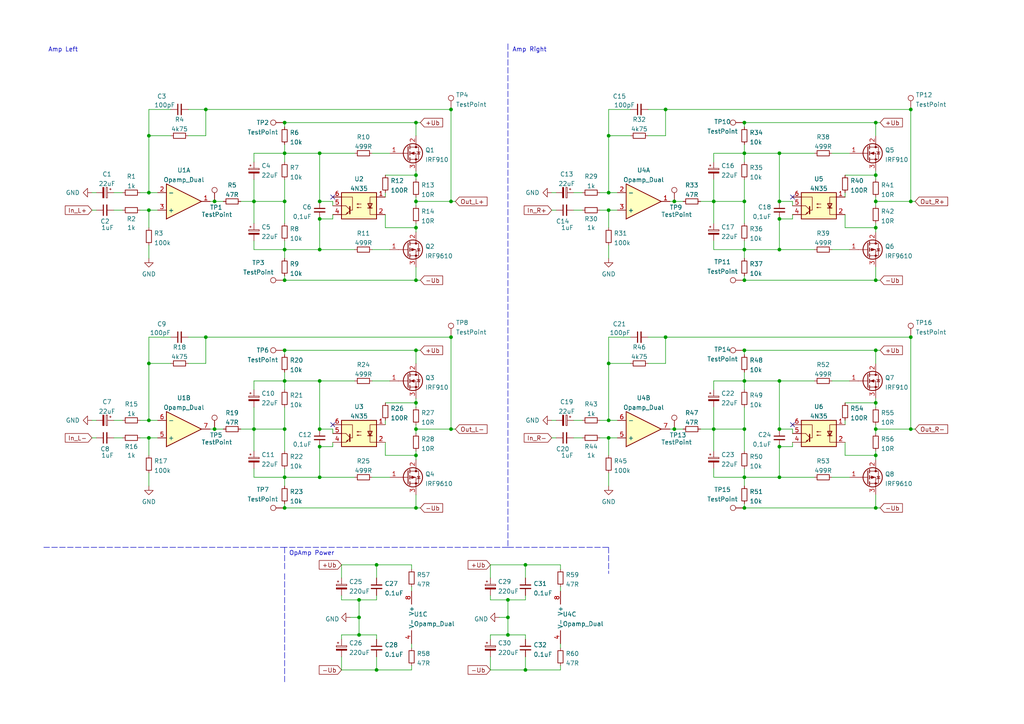
<source format=kicad_sch>
(kicad_sch (version 20211123) (generator eeschema)
  (paper "A4")
  (title_block (title "Whammy Balanced Amp Board") (date "2022-10-11") (rev "1.0") (company "ncAudio"))
  (lib_symbols
    (symbol "Connector:TestPoint" (pin_numbers hide) (pin_names (offset 0.762) hide)
      (property "Reference" "TP" (at 0 6.858 0))
      (property "Value" "TestPoint" (at 0 5.08 0))
      (symbol "TestPoint_1_1"
        (pin passive line (at 0 0 90) (length 2.54) (name "1") (number "1"))
      )
    )
    (symbol "Device:C_Polarized_Small" (pin_numbers hide) (pin_names (offset 0.254) hide)
      (property "Reference" "C" (at 0.254 1.778 0))
      (property "Value" "C_Polarized_Small" (at 0.254 -2.032 0))
      (symbol "C_Polarized_Small_1_1"
        (pin passive line (at 0 2.54 270) (length 1.8542) (name "~") (number "1"))
        (pin passive line (at 0 -2.54 90) (length 1.8542) (name "~") (number "2"))
      )
    )
    (symbol "Device:C_Small" (pin_numbers hide) (pin_names (offset 0.254) hide)
      (property "Reference" "C" (at 0.254 1.778 0))
      (property "Value" "C_Small" (at 0.254 -2.032 0))
      (symbol "C_Small_1_1"
        (pin passive line (at 0 2.54 270) (length 2.032) (name "~") (number "1"))
        (pin passive line (at 0 -2.54 90) (length 2.032) (name "~") (number "2"))
      )
    )
    (symbol "Device:Opamp_Dual"
      (property "Reference" "U" (at 0 5.08 0))
      (property "Value" "Opamp_Dual" (at 0 -5.08 0))
      (symbol "Opamp_Dual_1_1"
        (pin output line (at 7.62 0 180) (length 2.54) (name "~") (number "1"))
        (pin input line (at -7.62 -2.54 0) (length 2.54) (name "-") (number "2"))
        (pin input line (at -7.62 2.54 0) (length 2.54) (name "+") (number "3"))
      )
      (symbol "Opamp_Dual_2_1"
        (pin input line (at -7.62 2.54 0) (length 2.54) (name "+") (number "5"))
        (pin input line (at -7.62 -2.54 0) (length 2.54) (name "-") (number "6"))
        (pin output line (at 7.62 0 180) (length 2.54) (name "~") (number "7"))
      )
      (symbol "Opamp_Dual_3_1"
        (pin power_in line (at -2.54 -7.62 90) (length 3.81) (name "V-") (number "4"))
        (pin power_in line (at -2.54 7.62 270) (length 3.81) (name "V+") (number "8"))
      )
    )
    (symbol "Device:Q_NMOS_GDS" (pin_names (offset 0) hide)
      (property "Reference" "Q" (at 5.08 1.27 0))
      (property "Value" "Q_NMOS_GDS" (at 5.08 -1.27 0))
      (symbol "Q_NMOS_GDS_1_1"
        (pin input line (at -5.08 0 0) (length 2.54) (name "G") (number "1"))
        (pin passive line (at 2.54 5.08 270) (length 2.54) (name "D") (number "2"))
        (pin passive line (at 2.54 -5.08 90) (length 2.54) (name "S") (number "3"))
      )
    )
    (symbol "Device:Q_PMOS_GDS" (pin_names (offset 0) hide)
      (property "Reference" "Q" (at 5.08 1.27 0))
      (property "Value" "Q_PMOS_GDS" (at 5.08 -1.27 0))
      (symbol "Q_PMOS_GDS_1_1"
        (pin input line (at -5.08 0 0) (length 2.54) (name "G") (number "1"))
        (pin passive line (at 2.54 5.08 270) (length 2.54) (name "D") (number "2"))
        (pin passive line (at 2.54 -5.08 90) (length 2.54) (name "S") (number "3"))
      )
    )
    (symbol "Device:R_Small" (pin_numbers hide) (pin_names (offset 0.254) hide)
      (property "Reference" "R" (at 0.762 0.508 0))
      (property "Value" "R_Small" (at 0.762 -1.016 0))
      (symbol "R_Small_1_1"
        (pin passive line (at 0 2.54 270) (length 0.762) (name "~") (number "1"))
        (pin passive line (at 0 -2.54 90) (length 0.762) (name "~") (number "2"))
      )
    )
    (symbol "Isolator:4N35" (pin_names (offset 1.016))
      (property "Reference" "U" (at -5.08 5.08 0))
      (property "Value" "4N35" (at 0 5.08 0))
      (symbol "4N35_1_1"
        (pin passive line (at -7.62 2.54 0) (length 2.54) (name "~") (number "1"))
        (pin passive line (at -7.62 -2.54 0) (length 2.54) (name "~") (number "2"))
        (pin no_connect line (at -5.08 0 0) (length 2.54) hide (name "NC") (number "3"))
        (pin passive line (at 7.62 -2.54 180) (length 2.54) (name "~") (number "4"))
        (pin passive line (at 7.62 0 180) (length 2.54) (name "~") (number "5"))
        (pin passive line (at 7.62 2.54 180) (length 2.54) (name "~") (number "6"))
      )
    )
    (symbol "power:GND" (power) (pin_names (offset 0))
      (property "Value" "GND" (at 0 -3.81 0))
      (symbol "GND_1_1"
        (pin power_in line (at 0 0 270) (length 0) hide (name "GND") (number "1"))
      )
    )
  )
  (junction (at 254 147.32))
  (junction (at 193.04 31.75))
  (junction (at 92.71 138.43))
  (junction (at 92.71 44.45))
  (junction (at 82.55 72.39))
  (junction (at 43.18 39.37))
  (junction (at 82.55 147.32))
  (junction (at 176.53 121.92))
  (junction (at 82.55 101.6))
  (junction (at 120.65 66.04))
  (junction (at 104.14 184.15))
  (junction (at 176.53 55.88))
  (junction (at 104.14 173.99))
  (junction (at 226.06 63.5))
  (junction (at 120.65 58.42))
  (junction (at 120.65 124.46))
  (junction (at 254 81.28))
  (junction (at 226.06 72.39))
  (junction (at 226.06 129.54))
  (junction (at 215.9 58.42))
  (junction (at 254 35.56))
  (junction (at 92.71 63.5))
  (junction (at 82.55 58.42))
  (junction (at 82.55 44.45))
  (junction (at 264.16 58.42))
  (junction (at 120.65 116.84))
  (junction (at 215.9 110.49))
  (junction (at 226.06 124.46))
  (junction (at 195.58 58.42))
  (junction (at 254 66.04))
  (junction (at 264.16 31.75))
  (junction (at 215.9 35.56))
  (junction (at 120.65 81.28))
  (junction (at 92.71 58.42))
  (junction (at 264.16 97.79))
  (junction (at 226.06 110.49))
  (junction (at 207.01 58.42))
  (junction (at 130.81 31.75))
  (junction (at 120.65 101.6))
  (junction (at 215.9 44.45))
  (junction (at 104.14 179.07))
  (junction (at 92.71 110.49))
  (junction (at 207.01 124.46))
  (junction (at 193.04 97.79))
  (junction (at 120.65 132.08))
  (junction (at 254 50.8))
  (junction (at 130.81 124.46))
  (junction (at 43.18 55.88))
  (junction (at 254 124.46))
  (junction (at 215.9 101.6))
  (junction (at 215.9 81.28))
  (junction (at 120.65 147.32))
  (junction (at 62.23 124.46))
  (junction (at 82.55 138.43))
  (junction (at 62.23 58.42))
  (junction (at 120.65 35.56))
  (junction (at 152.4 163.83))
  (junction (at 176.53 127))
  (junction (at 43.18 105.41))
  (junction (at 73.66 58.42))
  (junction (at 43.18 60.96))
  (junction (at 226.06 44.45))
  (junction (at 82.55 124.46))
  (junction (at 147.32 184.15))
  (junction (at 254 116.84))
  (junction (at 254 101.6))
  (junction (at 109.22 194.31))
  (junction (at 215.9 124.46))
  (junction (at 264.16 124.46))
  (junction (at 152.4 194.31))
  (junction (at 215.9 72.39))
  (junction (at 176.53 60.96))
  (junction (at 43.18 127))
  (junction (at 120.65 50.8))
  (junction (at 215.9 138.43))
  (junction (at 43.18 121.92))
  (junction (at 82.55 110.49))
  (junction (at 147.32 179.07))
  (junction (at 147.32 173.99))
  (junction (at 59.69 31.75))
  (junction (at 254 58.42))
  (junction (at 226.06 138.43))
  (junction (at 82.55 81.28))
  (junction (at 130.81 58.42))
  (junction (at 226.06 58.42))
  (junction (at 195.58 124.46))
  (junction (at 59.69 97.79))
  (junction (at 176.53 39.37))
  (junction (at 92.71 72.39))
  (junction (at 254 132.08))
  (junction (at 82.55 35.56))
  (junction (at 130.81 97.79))
  (junction (at 92.71 124.46))
  (junction (at 215.9 147.32))
  (junction (at 73.66 124.46))
  (junction (at 109.22 163.83))
  (junction (at 176.53 105.41))
  (junction (at 92.71 129.54))
  (no_connect (at 96.52 57.15))
  (no_connect (at 229.87 123.19))
  (no_connect (at 229.87 57.15))
  (no_connect (at 96.52 123.19))
  (wire (pts (xy 207.01 72.39) (xy 207.01 69.85)))
  (wire (pts (xy 40.64 55.88) (xy 43.18 55.88)))
  (wire (pts (xy 120.65 116.84) (xy 120.65 118.11)))
  (wire (pts (xy 120.65 81.28) (xy 82.55 81.28)))
  (wire (pts (xy 215.9 72.39) (xy 215.9 69.85)))
  (wire (pts (xy 176.53 137.16) (xy 176.53 140.97)))
  (wire (pts (xy 82.55 44.45) (xy 82.55 41.91)))
  (wire (pts (xy 120.65 124.46) (xy 120.65 125.73)))
  (wire (pts (xy 245.11 128.27) (xy 245.11 132.08)))
  (wire (pts (xy 120.65 35.56) (xy 120.65 39.37)))
  (wire (pts (xy 207.01 58.42) (xy 215.9 58.42)))
  (wire (pts (xy 120.65 123.19) (xy 120.65 124.46)))
  (wire (pts (xy 120.65 124.46) (xy 130.81 124.46)))
  (wire (pts (xy 54.61 31.75) (xy 59.69 31.75)))
  (wire (pts (xy 59.69 39.37) (xy 59.69 31.75)))
  (wire (pts (xy 92.71 44.45) (xy 102.87 44.45)))
  (wire (pts (xy 229.87 59.69) (xy 229.87 58.42)))
  (wire (pts (xy 215.9 64.77) (xy 215.9 58.42)))
  (wire (pts (xy 60.96 124.46) (xy 62.23 124.46)))
  (wire (pts (xy 176.53 71.12) (xy 176.53 74.93)))
  (wire (pts (xy 152.4 190.5) (xy 152.4 194.31)))
  (wire (pts (xy 92.71 63.5) (xy 92.71 72.39)))
  (wire (pts (xy 215.9 138.43) (xy 226.06 138.43)))
  (wire (pts (xy 142.24 172.72) (xy 142.24 173.99)))
  (wire (pts (xy 193.04 39.37) (xy 193.04 31.75)))
  (wire (pts (xy 111.76 128.27) (xy 111.76 132.08)))
  (wire (pts (xy 215.9 35.56) (xy 254 35.56)))
  (wire (pts (xy 254 147.32) (xy 215.9 147.32)))
  (wire (pts (xy 264.16 124.46) (xy 264.16 97.79)))
  (wire (pts (xy 73.66 72.39) (xy 73.66 69.85)))
  (wire (pts (xy 96.52 129.54) (xy 96.52 128.27)))
  (wire (pts (xy 43.18 105.41) (xy 43.18 121.92)))
  (wire (pts (xy 73.66 138.43) (xy 73.66 135.89)))
  (wire (pts (xy 92.71 129.54) (xy 92.71 138.43)))
  (wire (pts (xy 119.38 194.31) (xy 119.38 193.04)))
  (wire (pts (xy 254 58.42) (xy 264.16 58.42)))
  (wire (pts (xy 43.18 71.12) (xy 43.18 74.93)))
  (wire (pts (xy 82.55 124.46) (xy 82.55 118.11)))
  (wire (pts (xy 92.71 110.49) (xy 102.87 110.49)))
  (wire (pts (xy 121.92 35.56) (xy 120.65 35.56)))
  (wire (pts (xy 229.87 125.73) (xy 229.87 124.46)))
  (wire (pts (xy 62.23 124.46) (xy 64.77 124.46)))
  (wire (pts (xy 215.9 147.32) (xy 215.9 146.05)))
  (wire (pts (xy 109.22 184.15) (xy 109.22 185.42)))
  (wire (pts (xy 109.22 190.5) (xy 109.22 194.31)))
  (wire (pts (xy 82.55 138.43) (xy 82.55 135.89)))
  (wire (pts (xy 245.11 132.08) (xy 254 132.08)))
  (wire (pts (xy 43.18 121.92) (xy 45.72 121.92)))
  (wire (pts (xy 254 147.32) (xy 254 143.51)))
  (wire (pts (xy 245.11 66.04) (xy 254 66.04)))
  (wire (pts (xy 82.55 44.45) (xy 73.66 44.45)))
  (wire (pts (xy 99.06 172.72) (xy 99.06 173.99)))
  (wire (pts (xy 82.55 72.39) (xy 73.66 72.39)))
  (wire (pts (xy 121.92 81.28) (xy 120.65 81.28)))
  (wire (pts (xy 207.01 118.11) (xy 207.01 124.46)))
  (wire (pts (xy 226.06 129.54) (xy 226.06 138.43)))
  (wire (pts (xy 207.01 110.49) (xy 207.01 113.03)))
  (wire (pts (xy 215.9 101.6) (xy 254 101.6)))
  (wire (pts (xy 255.27 147.32) (xy 254 147.32)))
  (wire (pts (xy 176.53 97.79) (xy 182.88 97.79)))
  (wire (pts (xy 111.76 50.8) (xy 120.65 50.8)))
  (wire (pts (xy 264.16 58.42) (xy 264.16 31.75)))
  (wire (pts (xy 82.55 72.39) (xy 82.55 69.85)))
  (wire (pts (xy 82.55 138.43) (xy 92.71 138.43)))
  (wire (pts (xy 254 116.84) (xy 254 118.11)))
  (wire (pts (xy 255.27 35.56) (xy 254 35.56)))
  (wire (pts (xy 176.53 105.41) (xy 176.53 121.92)))
  (wire (pts (xy 176.53 39.37) (xy 182.88 39.37)))
  (wire (pts (xy 109.22 194.31) (xy 119.38 194.31)))
  (wire (pts (xy 245.11 50.8) (xy 254 50.8)))
  (wire (pts (xy 207.01 124.46) (xy 207.01 130.81)))
  (wire (pts (xy 203.2 58.42) (xy 207.01 58.42)))
  (wire (pts (xy 104.14 184.15) (xy 109.22 184.15)))
  (wire (pts (xy 142.24 163.83) (xy 152.4 163.83)))
  (wire (pts (xy 73.66 44.45) (xy 73.66 46.99)))
  (wire (pts (xy 96.52 58.42) (xy 92.71 58.42)))
  (wire (pts (xy 26.67 121.92) (xy 27.94 121.92)))
  (wire (pts (xy 54.61 39.37) (xy 59.69 39.37)))
  (wire (pts (xy 142.24 184.15) (xy 147.32 184.15)))
  (wire (pts (xy 73.66 58.42) (xy 73.66 64.77)))
  (wire (pts (xy 152.4 173.99) (xy 152.4 172.72)))
  (wire (pts (xy 82.55 110.49) (xy 92.71 110.49)))
  (wire (pts (xy 60.96 58.42) (xy 62.23 58.42)))
  (wire (pts (xy 82.55 58.42) (xy 82.55 52.07)))
  (wire (pts (xy 99.06 163.83) (xy 109.22 163.83)))
  (polyline (pts (xy 147.32 158.75) (xy 176.53 158.75)))
  (wire (pts (xy 254 116.84) (xy 254 115.57)))
  (wire (pts (xy 207.01 52.07) (xy 207.01 58.42)))
  (wire (pts (xy 254 50.8) (xy 254 49.53)))
  (wire (pts (xy 45.72 60.96) (xy 43.18 60.96)))
  (wire (pts (xy 187.96 39.37) (xy 193.04 39.37)))
  (wire (pts (xy 130.81 58.42) (xy 132.08 58.42)))
  (wire (pts (xy 40.64 127) (xy 43.18 127)))
  (wire (pts (xy 176.53 31.75) (xy 182.88 31.75)))
  (wire (pts (xy 73.66 124.46) (xy 73.66 130.81)))
  (wire (pts (xy 99.06 184.15) (xy 104.14 184.15)))
  (wire (pts (xy 120.65 50.8) (xy 120.65 52.07)))
  (wire (pts (xy 111.76 57.15) (xy 111.76 55.88)))
  (wire (pts (xy 176.53 31.75) (xy 176.53 39.37)))
  (wire (pts (xy 254 81.28) (xy 215.9 81.28)))
  (wire (pts (xy 176.53 60.96) (xy 176.53 66.04)))
  (wire (pts (xy 226.06 110.49) (xy 236.22 110.49)))
  (wire (pts (xy 59.69 31.75) (xy 130.81 31.75)))
  (wire (pts (xy 226.06 58.42) (xy 226.06 44.45)))
  (wire (pts (xy 215.9 74.93) (xy 215.9 72.39)))
  (wire (pts (xy 193.04 97.79) (xy 264.16 97.79)))
  (wire (pts (xy 69.85 124.46) (xy 73.66 124.46)))
  (wire (pts (xy 45.72 127) (xy 43.18 127)))
  (wire (pts (xy 147.32 179.07) (xy 147.32 184.15)))
  (wire (pts (xy 241.3 138.43) (xy 246.38 138.43)))
  (wire (pts (xy 92.71 72.39) (xy 102.87 72.39)))
  (wire (pts (xy 111.76 132.08) (xy 120.65 132.08)))
  (wire (pts (xy 162.56 165.1) (xy 162.56 163.83)))
  (wire (pts (xy 120.65 101.6) (xy 120.65 105.41)))
  (wire (pts (xy 147.32 184.15) (xy 152.4 184.15)))
  (wire (pts (xy 82.55 138.43) (xy 73.66 138.43)))
  (polyline (pts (xy 82.55 158.75) (xy 82.55 165.1)))
  (wire (pts (xy 82.55 72.39) (xy 92.71 72.39)))
  (wire (pts (xy 109.22 167.64) (xy 109.22 163.83)))
  (wire (pts (xy 203.2 124.46) (xy 207.01 124.46)))
  (wire (pts (xy 215.9 72.39) (xy 207.01 72.39)))
  (wire (pts (xy 215.9 72.39) (xy 226.06 72.39)))
  (wire (pts (xy 111.76 66.04) (xy 120.65 66.04)))
  (wire (pts (xy 82.55 35.56) (xy 120.65 35.56)))
  (wire (pts (xy 43.18 60.96) (xy 43.18 66.04)))
  (wire (pts (xy 107.95 44.45) (xy 113.03 44.45)))
  (wire (pts (xy 33.02 60.96) (xy 35.56 60.96)))
  (wire (pts (xy 241.3 110.49) (xy 246.38 110.49)))
  (wire (pts (xy 193.04 31.75) (xy 264.16 31.75)))
  (polyline (pts (xy 147.32 158.75) (xy 82.55 158.75)))
  (wire (pts (xy 130.81 124.46) (xy 130.81 97.79)))
  (wire (pts (xy 255.27 81.28) (xy 254 81.28)))
  (polyline (pts (xy 147.32 12.7) (xy 147.32 158.75)))
  (wire (pts (xy 187.96 97.79) (xy 193.04 97.79)))
  (wire (pts (xy 73.66 124.46) (xy 82.55 124.46)))
  (wire (pts (xy 43.18 31.75) (xy 43.18 39.37)))
  (wire (pts (xy 107.95 72.39) (xy 113.03 72.39)))
  (wire (pts (xy 69.85 58.42) (xy 73.66 58.42)))
  (wire (pts (xy 215.9 110.49) (xy 215.9 107.95)))
  (wire (pts (xy 82.55 147.32) (xy 82.55 146.05)))
  (wire (pts (xy 121.92 147.32) (xy 120.65 147.32)))
  (wire (pts (xy 179.07 60.96) (xy 176.53 60.96)))
  (wire (pts (xy 142.24 194.31) (xy 142.24 190.5)))
  (wire (pts (xy 107.95 110.49) (xy 113.03 110.49)))
  (wire (pts (xy 215.9 124.46) (xy 215.9 118.11)))
  (wire (pts (xy 96.52 63.5) (xy 96.52 62.23)))
  (wire (pts (xy 152.4 163.83) (xy 162.56 163.83)))
  (wire (pts (xy 215.9 46.99) (xy 215.9 44.45)))
  (wire (pts (xy 33.02 127) (xy 35.56 127)))
  (wire (pts (xy 195.58 124.46) (xy 198.12 124.46)))
  (wire (pts (xy 43.18 31.75) (xy 49.53 31.75)))
  (wire (pts (xy 176.53 127) (xy 176.53 132.08)))
  (wire (pts (xy 194.31 124.46) (xy 195.58 124.46)))
  (wire (pts (xy 152.4 194.31) (xy 142.24 194.31)))
  (wire (pts (xy 92.71 63.5) (xy 96.52 63.5)))
  (wire (pts (xy 104.14 179.07) (xy 104.14 184.15)))
  (wire (pts (xy 120.65 132.08) (xy 120.65 133.35)))
  (wire (pts (xy 109.22 163.83) (xy 119.38 163.83)))
  (wire (pts (xy 59.69 105.41) (xy 59.69 97.79)))
  (wire (pts (xy 226.06 138.43) (xy 236.22 138.43)))
  (wire (pts (xy 162.56 171.45) (xy 162.56 170.18)))
  (wire (pts (xy 160.02 127) (xy 161.29 127)))
  (wire (pts (xy 254 58.42) (xy 254 59.69)))
  (wire (pts (xy 226.06 63.5) (xy 226.06 72.39)))
  (wire (pts (xy 173.99 60.96) (xy 176.53 60.96)))
  (wire (pts (xy 245.11 62.23) (xy 245.11 66.04)))
  (wire (pts (xy 92.71 138.43) (xy 102.87 138.43)))
  (wire (pts (xy 73.66 110.49) (xy 73.66 113.03)))
  (wire (pts (xy 130.81 124.46) (xy 132.08 124.46)))
  (wire (pts (xy 107.95 138.43) (xy 113.03 138.43)))
  (wire (pts (xy 99.06 163.83) (xy 99.06 167.64)))
  (wire (pts (xy 82.55 64.77) (xy 82.55 58.42)))
  (wire (pts (xy 43.18 55.88) (xy 45.72 55.88)))
  (wire (pts (xy 82.55 46.99) (xy 82.55 44.45)))
  (wire (pts (xy 43.18 97.79) (xy 43.18 105.41)))
  (wire (pts (xy 33.02 121.92) (xy 35.56 121.92)))
  (wire (pts (xy 215.9 44.45) (xy 226.06 44.45)))
  (wire (pts (xy 187.96 31.75) (xy 193.04 31.75)))
  (wire (pts (xy 120.65 57.15) (xy 120.65 58.42)))
  (wire (pts (xy 215.9 138.43) (xy 207.01 138.43)))
  (wire (pts (xy 245.11 116.84) (xy 254 116.84)))
  (wire (pts (xy 166.37 60.96) (xy 168.91 60.96)))
  (wire (pts (xy 226.06 63.5) (xy 229.87 63.5)))
  (wire (pts (xy 254 132.08) (xy 254 133.35)))
  (wire (pts (xy 194.31 58.42) (xy 195.58 58.42)))
  (wire (pts (xy 142.24 185.42) (xy 142.24 184.15)))
  (wire (pts (xy 73.66 52.07) (xy 73.66 58.42)))
  (wire (pts (xy 229.87 124.46) (xy 226.06 124.46)))
  (wire (pts (xy 226.06 72.39) (xy 236.22 72.39)))
  (wire (pts (xy 215.9 110.49) (xy 207.01 110.49)))
  (wire (pts (xy 120.65 147.32) (xy 82.55 147.32)))
  (wire (pts (xy 99.06 194.31) (xy 99.06 190.5)))
  (wire (pts (xy 26.67 60.96) (xy 27.94 60.96)))
  (wire (pts (xy 152.4 167.64) (xy 152.4 163.83)))
  (wire (pts (xy 173.99 55.88) (xy 176.53 55.88)))
  (wire (pts (xy 173.99 121.92) (xy 176.53 121.92)))
  (wire (pts (xy 43.18 39.37) (xy 49.53 39.37)))
  (wire (pts (xy 111.76 62.23) (xy 111.76 66.04)))
  (wire (pts (xy 254 123.19) (xy 254 124.46)))
  (wire (pts (xy 109.22 173.99) (xy 109.22 172.72)))
  (wire (pts (xy 207.01 138.43) (xy 207.01 135.89)))
  (wire (pts (xy 215.9 140.97) (xy 215.9 138.43)))
  (wire (pts (xy 162.56 194.31) (xy 162.56 193.04)))
  (wire (pts (xy 245.11 57.15) (xy 245.11 55.88)))
  (wire (pts (xy 109.22 194.31) (xy 99.06 194.31)))
  (wire (pts (xy 111.76 116.84) (xy 120.65 116.84)))
  (wire (pts (xy 120.65 66.04) (xy 120.65 67.31)))
  (wire (pts (xy 215.9 58.42) (xy 215.9 52.07)))
  (wire (pts (xy 215.9 81.28) (xy 215.9 80.01)))
  (wire (pts (xy 82.55 110.49) (xy 82.55 107.95)))
  (wire (pts (xy 162.56 187.96) (xy 162.56 186.69)))
  (wire (pts (xy 43.18 127) (xy 43.18 132.08)))
  (wire (pts (xy 120.65 64.77) (xy 120.65 66.04)))
  (wire (pts (xy 229.87 129.54) (xy 229.87 128.27)))
  (wire (pts (xy 176.53 39.37) (xy 176.53 55.88)))
  (polyline (pts (xy 176.53 158.75) (xy 176.53 166.37)))
  (wire (pts (xy 255.27 101.6) (xy 254 101.6)))
  (wire (pts (xy 43.18 97.79) (xy 49.53 97.79)))
  (wire (pts (xy 229.87 63.5) (xy 229.87 62.23)))
  (wire (pts (xy 254 124.46) (xy 254 125.73)))
  (wire (pts (xy 120.65 147.32) (xy 120.65 143.51)))
  (wire (pts (xy 215.9 113.03) (xy 215.9 110.49)))
  (wire (pts (xy 176.53 105.41) (xy 182.88 105.41)))
  (wire (pts (xy 207.01 124.46) (xy 215.9 124.46)))
  (wire (pts (xy 82.55 110.49) (xy 73.66 110.49)))
  (wire (pts (xy 43.18 137.16) (xy 43.18 140.97)))
  (wire (pts (xy 73.66 118.11) (xy 73.66 124.46)))
  (wire (pts (xy 166.37 121.92) (xy 168.91 121.92)))
  (wire (pts (xy 82.55 81.28) (xy 82.55 80.01)))
  (wire (pts (xy 142.24 173.99) (xy 147.32 173.99)))
  (wire (pts (xy 254 124.46) (xy 264.16 124.46)))
  (wire (pts (xy 254 66.04) (xy 254 67.31)))
  (wire (pts (xy 176.53 55.88) (xy 179.07 55.88)))
  (wire (pts (xy 26.67 55.88) (xy 27.94 55.88)))
  (wire (pts (xy 120.65 50.8) (xy 120.65 49.53)))
  (wire (pts (xy 195.58 58.42) (xy 198.12 58.42)))
  (wire (pts (xy 40.64 60.96) (xy 43.18 60.96)))
  (wire (pts (xy 254 50.8) (xy 254 52.07)))
  (polyline (pts (xy 12.7 158.75) (xy 82.55 158.75)))
  (wire (pts (xy 82.55 101.6) (xy 120.65 101.6)))
  (wire (pts (xy 82.55 36.83) (xy 82.55 35.56)))
  (wire (pts (xy 119.38 165.1) (xy 119.38 163.83)))
  (wire (pts (xy 33.02 55.88) (xy 35.56 55.88)))
  (wire (pts (xy 82.55 140.97) (xy 82.55 138.43)))
  (wire (pts (xy 226.06 129.54) (xy 229.87 129.54)))
  (wire (pts (xy 99.06 185.42) (xy 99.06 184.15)))
  (wire (pts (xy 120.65 58.42) (xy 120.65 59.69)))
  (wire (pts (xy 254 64.77) (xy 254 66.04)))
  (wire (pts (xy 241.3 44.45) (xy 246.38 44.45)))
  (wire (pts (xy 254 81.28) (xy 254 77.47)))
  (wire (pts (xy 193.04 105.41) (xy 193.04 97.79)))
  (wire (pts (xy 226.06 44.45) (xy 236.22 44.45)))
  (wire (pts (xy 119.38 171.45) (xy 119.38 170.18)))
  (wire (pts (xy 254 101.6) (xy 254 105.41)))
  (wire (pts (xy 215.9 130.81) (xy 215.9 124.46)))
  (wire (pts (xy 119.38 187.96) (xy 119.38 186.69)))
  (wire (pts (xy 54.61 105.41) (xy 59.69 105.41)))
  (wire (pts (xy 215.9 102.87) (xy 215.9 101.6)))
  (wire (pts (xy 166.37 127) (xy 168.91 127)))
  (wire (pts (xy 120.65 116.84) (xy 120.65 115.57)))
  (wire (pts (xy 254 57.15) (xy 254 58.42)))
  (wire (pts (xy 26.67 127) (xy 27.94 127)))
  (wire (pts (xy 226.06 124.46) (xy 226.06 110.49)))
  (wire (pts (xy 82.55 102.87) (xy 82.55 101.6)))
  (wire (pts (xy 92.71 124.46) (xy 92.71 110.49)))
  (wire (pts (xy 40.64 121.92) (xy 43.18 121.92)))
  (polyline (pts (xy 82.55 166.37) (xy 82.55 198.12)))
  (wire (pts (xy 264.16 58.42) (xy 265.43 58.42)))
  (wire (pts (xy 215.9 138.43) (xy 215.9 135.89)))
  (wire (pts (xy 92.71 58.42) (xy 92.71 44.45)))
  (wire (pts (xy 104.14 173.99) (xy 109.22 173.99)))
  (wire (pts (xy 241.3 72.39) (xy 246.38 72.39)))
  (wire (pts (xy 96.52 59.69) (xy 96.52 58.42)))
  (wire (pts (xy 120.65 58.42) (xy 130.81 58.42)))
  (wire (pts (xy 82.55 113.03) (xy 82.55 110.49)))
  (wire (pts (xy 43.18 39.37) (xy 43.18 55.88)))
  (wire (pts (xy 82.55 44.45) (xy 92.71 44.45)))
  (wire (pts (xy 147.32 173.99) (xy 152.4 173.99)))
  (wire (pts (xy 187.96 105.41) (xy 193.04 105.41)))
  (wire (pts (xy 160.02 121.92) (xy 161.29 121.92)))
  (wire (pts (xy 99.06 173.99) (xy 104.14 173.99)))
  (wire (pts (xy 245.11 123.19) (xy 245.11 121.92)))
  (wire (pts (xy 144.78 179.07) (xy 147.32 179.07)))
  (wire (pts (xy 82.55 74.93) (xy 82.55 72.39)))
  (wire (pts (xy 82.55 130.81) (xy 82.55 124.46)))
  (wire (pts (xy 54.61 97.79) (xy 59.69 97.79)))
  (wire (pts (xy 59.69 97.79) (xy 130.81 97.79)))
  (wire (pts (xy 160.02 60.96) (xy 161.29 60.96)))
  (wire (pts (xy 176.53 121.92) (xy 179.07 121.92)))
  (wire (pts (xy 264.16 124.46) (xy 265.43 124.46)))
  (wire (pts (xy 229.87 58.42) (xy 226.06 58.42)))
  (wire (pts (xy 254 130.81) (xy 254 132.08)))
  (wire (pts (xy 179.07 127) (xy 176.53 127)))
  (wire (pts (xy 152.4 194.31) (xy 162.56 194.31)))
  (wire (pts (xy 254 35.56) (xy 254 39.37)))
  (wire (pts (xy 62.23 58.42) (xy 64.77 58.42)))
  (wire (pts (xy 160.02 55.88) (xy 161.29 55.88)))
  (wire (pts (xy 207.01 58.42) (xy 207.01 64.77)))
  (wire (pts (xy 166.37 55.88) (xy 168.91 55.88)))
  (wire (pts (xy 92.71 129.54) (xy 96.52 129.54)))
  (wire (pts (xy 142.24 163.83) (xy 142.24 167.64)))
  (wire (pts (xy 111.76 123.19) (xy 111.76 121.92)))
  (wire (pts (xy 96.52 124.46) (xy 92.71 124.46)))
  (wire (pts (xy 215.9 44.45) (xy 215.9 41.91)))
  (wire (pts (xy 43.18 105.41) (xy 49.53 105.41)))
  (wire (pts (xy 96.52 125.73) (xy 96.52 124.46)))
  (wire (pts (xy 207.01 44.45) (xy 207.01 46.99)))
  (wire (pts (xy 215.9 44.45) (xy 207.01 44.45)))
  (wire (pts (xy 176.53 97.79) (xy 176.53 105.41)))
  (wire (pts (xy 152.4 184.15) (xy 152.4 185.42)))
  (wire (pts (xy 104.14 173.99) (xy 104.14 179.07)))
  (wire (pts (xy 121.92 101.6) (xy 120.65 101.6)))
  (wire (pts (xy 120.65 81.28) (xy 120.65 77.47)))
  (wire (pts (xy 173.99 127) (xy 176.53 127)))
  (wire (pts (xy 101.6 179.07) (xy 104.14 179.07)))
  (wire (pts (xy 130.81 58.42) (xy 130.81 31.75)))
  (wire (pts (xy 215.9 110.49) (xy 226.06 110.49)))
  (wire (pts (xy 120.65 130.81) (xy 120.65 132.08)))
  (wire (pts (xy 215.9 36.83) (xy 215.9 35.56)))
  (wire (pts (xy 73.66 58.42) (xy 82.55 58.42)))
  (wire (pts (xy 147.32 173.99) (xy 147.32 179.07)))
  (text "Amp Right\n" (at 148.59 15.24 0) (effects (font (size 1.27 1.27)) (justify left bottom)))
  (text "Amp Left\n" (at 13.97 15.24 0) (effects (font (size 1.27 1.27)) (justify left bottom)))
  (text "OpAmp Power" (at 83.82 161.29 0) (effects (font (size 1.27 1.27)) (justify left bottom)))
  (global_label "-Ub" (shape input) (at 99.06 194.31 180) (property "Intersheet References" "${INTERSHEET_REFS}" (effects hide)))
  (global_label "In_L+" (shape input) (at 26.67 60.96 180) (property "Intersheet References" "${INTERSHEET_REFS}" (effects hide)))
  (global_label "+Ub" (shape input) (at 255.27 35.56 0) (property "Intersheet References" "${INTERSHEET_REFS}" (effects hide)))
  (global_label "Out_R+" (shape input) (at 265.43 58.42 0) (property "Intersheet References" "${INTERSHEET_REFS}" (effects hide)))
  (global_label "-Ub" (shape input) (at 121.92 81.28 0) (property "Intersheet References" "${INTERSHEET_REFS}" (effects hide)))
  (global_label "+Ub" (shape input) (at 121.92 101.6 0) (property "Intersheet References" "${INTERSHEET_REFS}" (effects hide)))
  (global_label "In_R+" (shape input) (at 160.02 60.96 180) (property "Intersheet References" "${INTERSHEET_REFS}" (effects hide)))
  (global_label "+Ub" (shape input) (at 99.06 163.83 180) (property "Intersheet References" "${INTERSHEET_REFS}" (effects hide)))
  (global_label "-Ub" (shape input) (at 255.27 147.32 0) (property "Intersheet References" "${INTERSHEET_REFS}" (effects hide)))
  (global_label "Out_L-" (shape input) (at 132.08 124.46 0) (property "Intersheet References" "${INTERSHEET_REFS}" (effects hide)))
  (global_label "+Ub" (shape input) (at 121.92 35.56 0) (property "Intersheet References" "${INTERSHEET_REFS}" (effects hide)))
  (global_label "In_R-" (shape input) (at 160.02 127 180) (property "Intersheet References" "${INTERSHEET_REFS}" (effects hide)))
  (global_label "-Ub" (shape input) (at 121.92 147.32 0) (property "Intersheet References" "${INTERSHEET_REFS}" (effects hide)))
  (global_label "In_L-" (shape input) (at 26.67 127 180) (property "Intersheet References" "${INTERSHEET_REFS}" (effects hide)))
  (global_label "+Ub" (shape input) (at 255.27 101.6 0) (property "Intersheet References" "${INTERSHEET_REFS}" (effects hide)))
  (global_label "Out_L+" (shape input) (at 132.08 58.42 0) (property "Intersheet References" "${INTERSHEET_REFS}" (effects hide)))
  (global_label "-Ub" (shape input) (at 255.27 81.28 0) (property "Intersheet References" "${INTERSHEET_REFS}" (effects hide)))
  (global_label "-Ub" (shape input) (at 142.24 194.31 180) (property "Intersheet References" "${INTERSHEET_REFS}" (effects hide)))
  (global_label "Out_R-" (shape input) (at 265.43 124.46 0) (property "Intersheet References" "${INTERSHEET_REFS}" (effects hide)))
  (global_label "+Ub" (shape input) (at 142.24 163.83 180) (property "Intersheet References" "${INTERSHEET_REFS}" (effects hide)))
  (symbol (lib_id "Device:R_Small") (at 38.1 127 90) (mirror x) (unit 1)
    (property "Reference" "R16" (at 38.1 129.54 90))
    (property "Value" "1k" (at 38.1 132.08 90))
  )
  (symbol (lib_id "Device:R_Small") (at 82.55 105.41 0) (unit 1)
    (property "Reference" "R20" (at 84.0486 104.5015 0) (effects (justify left)))
    (property "Value" "10k" (at 84.0486 107.2766 0) (effects (justify left)))
  )
  (symbol (lib_id "Device:C_Polarized_Small") (at 142.24 187.96 0) (unit 1)
    (property "Reference" "C30" (at 144.399 186.5054 0) (effects (justify left)))
    (property "Value" "220uF" (at 144.399 189.2805 0) (effects (justify left)))
  )
  (symbol (lib_id "Device:R_Small") (at 171.45 127 90) (mirror x) (unit 1)
    (property "Reference" "R44" (at 171.45 129.54 90))
    (property "Value" "1k" (at 171.45 132.08 90))
  )
  (symbol (lib_id "Device:R_Small") (at 254 128.27 180) (unit 1)
    (property "Reference" "R56" (at 255.4986 127.3615 0) (effects (justify right)))
    (property "Value" "10R" (at 255.4986 130.1366 0) (effects (justify right)))
  )
  (symbol (lib_id "Device:C_Small") (at 92.71 127 0) (mirror y) (unit 1)
    (property "Reference" "C12" (at 90.3859 126.0978 0) (effects (justify left)))
    (property "Value" "0,1uF" (at 90.3859 128.8729 0) (effects (justify left)))
  )
  (symbol (lib_id "Device:R_Small") (at 254 120.65 180) (unit 1)
    (property "Reference" "R55" (at 255.4986 119.7415 0) (effects (justify right)))
    (property "Value" "10R" (at 255.4986 122.5166 0) (effects (justify right)))
  )
  (symbol (lib_id "Device:R_Small") (at 215.9 39.37 0) (unit 1)
    (property "Reference" "R34" (at 217.3986 38.4615 0) (effects (justify left)))
    (property "Value" "10k" (at 217.3986 41.2366 0) (effects (justify left)))
  )
  (symbol (lib_id "Device:C_Polarized_Small") (at 73.66 67.31 0) (unit 1)
    (property "Reference" "C5" (at 75.819 65.8554 0) (effects (justify left)))
    (property "Value" "22uF" (at 75.819 68.6305 0) (effects (justify left)))
  )
  (symbol (lib_id "Isolator:4N35") (at 237.49 59.69 0) (mirror y) (unit 1)
    (property "Reference" "U5" (at 237.49 51.9135 0))
    (property "Value" "4N35" (at 237.49 54.6886 0))
    (property "Footprint" "Package_DIP:DIP-6_W7.62mm" (effects hide))
    (property "Datasheet" "https://www.vishay.com/docs/81181/4n35.pdf" (effects hide))
  )
  (symbol (lib_id "Device:R_Small") (at 185.42 105.41 270) (unit 1)
    (property "Reference" "R46" (at 185.42 100.7069 90))
    (property "Value" "4k75" (at 185.42 103.482 90))
  )
  (symbol (lib_id "Device:R_Small") (at 245.11 53.34 180) (unit 1)
    (property "Reference" "R40" (at 246.6086 52.4315 0) (effects (justify right)))
    (property "Value" "100R" (at 246.6086 55.2066 0) (effects (justify right)))
  )
  (symbol (lib_id "Device:C_Small") (at 30.48 60.96 90) (unit 1)
    (property "Reference" "C2" (at 31.8127 64.1913 90) (effects (justify left)))
    (property "Value" "1uF" (at 33.02 66.04 90) (effects (justify left)))
  )
  (symbol (lib_id "Device:Opamp_Dual") (at 116.84 179.07 0) (mirror y) (unit 3)
    (property "Reference" "U1" (at 120.015 178.1615 0) (effects (justify right)))
    (property "Value" "Opamp_Dual" (at 120.015 180.9366 0) (effects (justify right)))
  )
  (symbol (lib_id "Device:R_Small") (at 120.65 128.27 180) (unit 1)
    (property "Reference" "R28" (at 122.1486 127.3615 0) (effects (justify right)))
    (property "Value" "10R" (at 122.1486 130.1366 0) (effects (justify right)))
  )
  (symbol (lib_id "Device:Opamp_Dual") (at 186.69 124.46 0) (mirror x) (unit 2)
    (property "Reference" "U4" (at 186.69 115.4135 0))
    (property "Value" "Opamp_Dual" (at 186.69 118.1886 0))
  )
  (symbol (lib_id "power:GND") (at 176.53 74.93 0) (unit 1)
    (property "Reference" "#PWR06" (effects hide))
    (property "Value" "GND" (at 176.53 79.4925 0))
  )
  (symbol (lib_id "Device:Q_NMOS_GDS") (at 251.46 110.49 0) (unit 1)
    (property "Reference" "Q7" (at 256.667 109.5815 0) (effects (justify left)))
    (property "Value" "IRF910" (at 256.667 112.3566 0) (effects (justify left)))
  )
  (symbol (lib_id "Device:R_Small") (at 119.38 167.64 0) (unit 1)
    (property "Reference" "R57" (at 120.8786 166.7315 0) (effects (justify left)))
    (property "Value" "47R" (at 120.8786 169.5066 0) (effects (justify left)))
  )
  (symbol (lib_id "Device:R_Small") (at 185.42 39.37 270) (unit 1)
    (property "Reference" "R32" (at 185.42 34.6669 90))
    (property "Value" "4k75" (at 185.42 37.442 90))
  )
  (symbol (lib_id "Connector:TestPoint") (at 215.9 35.56 90) (unit 1)
    (property "Reference" "TP10" (at 209.55 35.3249 90))
    (property "Value" "TestPoint" (at 209.55 38.1 90))
  )
  (symbol (lib_id "Device:R_Small") (at 105.41 110.49 90) (unit 1)
    (property "Reference" "R24" (at 105.41 105.7869 90))
    (property "Value" "499R" (at 105.41 108.562 90))
  )
  (symbol (lib_id "Device:R_Small") (at 82.55 49.53 0) (unit 1)
    (property "Reference" "R7" (at 84.0486 48.6215 0) (effects (justify left)))
    (property "Value" "10k" (at 84.0486 51.3966 0) (effects (justify left)))
  )
  (symbol (lib_id "Device:R_Small") (at 215.9 105.41 0) (unit 1)
    (property "Reference" "R48" (at 217.3986 104.5015 0) (effects (justify left)))
    (property "Value" "10k" (at 217.3986 107.2766 0) (effects (justify left)))
  )
  (symbol (lib_id "Device:Q_PMOS_GDS") (at 251.46 72.39 0) (unit 1)
    (property "Reference" "Q6" (at 256.667 71.4815 0) (effects (justify left)))
    (property "Value" "IRF9610" (at 256.667 74.2566 0) (effects (justify left)))
  )
  (symbol (lib_id "Connector:TestPoint") (at 215.9 101.6 90) (unit 1)
    (property "Reference" "TP14" (at 209.55 101.3649 90))
    (property "Value" "TestPoint" (at 209.55 104.14 90))
  )
  (symbol (lib_id "Device:R_Small") (at 105.41 138.43 90) (unit 1)
    (property "Reference" "R25" (at 105.41 133.7269 90))
    (property "Value" "499R" (at 105.41 136.502 90))
  )
  (symbol (lib_id "Device:C_Small") (at 109.22 170.18 0) (unit 1)
    (property "Reference" "C27" (at 111.5441 169.2778 0) (effects (justify left)))
    (property "Value" "0.1uF" (at 111.5441 172.0529 0) (effects (justify left)))
  )
  (symbol (lib_id "power:GND") (at 26.67 121.92 270) (unit 1)
    (property "Reference" "#PWR03" (effects hide))
    (property "Value" "GND" (at 19.05 121.92 90) (effects (justify left)))
  )
  (symbol (lib_id "Device:Q_PMOS_GDS") (at 118.11 138.43 0) (unit 1)
    (property "Reference" "Q4" (at 123.317 137.5215 0) (effects (justify left)))
    (property "Value" "IRF9610" (at 123.317 140.2966 0) (effects (justify left)))
  )
  (symbol (lib_id "Device:R_Small") (at 215.9 67.31 0) (unit 1)
    (property "Reference" "R36" (at 217.3986 66.4015 0) (effects (justify left)))
    (property "Value" "10k" (at 217.3986 69.1766 0) (effects (justify left)))
  )
  (symbol (lib_id "Connector:TestPoint") (at 215.9 81.28 90) (unit 1)
    (property "Reference" "TP11" (at 209.55 75.9649 90))
    (property "Value" "TestPoint" (at 209.55 78.74 90))
  )
  (symbol (lib_id "Device:C_Polarized_Small") (at 99.06 187.96 0) (unit 1)
    (property "Reference" "C26" (at 101.219 186.5054 0) (effects (justify left)))
    (property "Value" "220uF" (at 101.219 189.2805 0) (effects (justify left)))
  )
  (symbol (lib_id "Connector:TestPoint") (at 82.55 101.6 90) (unit 1)
    (property "Reference" "TP6" (at 76.2 101.6 90))
    (property "Value" "TestPoint" (at 76.2 104.3751 90))
  )
  (symbol (lib_id "power:GND") (at 101.6 179.07 270) (mirror x) (unit 1)
    (property "Reference" "#PWR09" (effects hide))
    (property "Value" "GND" (at 98.4251 179.549 90) (effects (justify right)))
  )
  (symbol (lib_id "Device:R_Small") (at 38.1 60.96 90) (mirror x) (unit 1)
    (property "Reference" "R2" (at 38.1 63.5 90))
    (property "Value" "1k" (at 38.1 66.04 90))
  )
  (symbol (lib_id "Device:C_Polarized_Small") (at 73.66 133.35 0) (unit 1)
    (property "Reference" "C11" (at 75.819 131.8954 0) (effects (justify left)))
    (property "Value" "22uF" (at 75.819 134.6705 0) (effects (justify left)))
  )
  (symbol (lib_id "Device:R_Small") (at 119.38 190.5 0) (unit 1)
    (property "Reference" "R58" (at 120.8786 189.5915 0) (effects (justify left)))
    (property "Value" "47R" (at 120.8786 192.3666 0) (effects (justify left)))
  )
  (symbol (lib_id "Device:Q_PMOS_GDS") (at 118.11 72.39 0) (unit 1)
    (property "Reference" "Q2" (at 123.317 71.4815 0) (effects (justify left)))
    (property "Value" "IRF9610" (at 123.317 74.2566 0) (effects (justify left)))
  )
  (symbol (lib_id "power:GND") (at 26.67 55.88 270) (unit 1)
    (property "Reference" "#PWR01" (effects hide))
    (property "Value" "GND" (at 19.05 55.88 90) (effects (justify left)))
  )
  (symbol (lib_id "Device:C_Polarized_Small") (at 142.24 170.18 0) (unit 1)
    (property "Reference" "C29" (at 144.399 168.7254 0) (effects (justify left)))
    (property "Value" "220uF" (at 144.399 171.5005 0) (effects (justify left)))
  )
  (symbol (lib_id "power:GND") (at 43.18 74.93 0) (unit 1)
    (property "Reference" "#PWR02" (effects hide))
    (property "Value" "GND" (at 43.18 79.4925 0))
  )
  (symbol (lib_id "Device:R_Small") (at 171.45 121.92 90) (mirror x) (unit 1)
    (property "Reference" "R43" (at 171.45 117.2169 90))
    (property "Value" "1k" (at 171.45 119.992 90))
  )
  (symbol (lib_id "Device:C_Polarized_Small") (at 163.83 121.92 270) (unit 1)
    (property "Reference" "C19" (at 164.3761 116.5565 90))
    (property "Value" "22uF" (at 164.3761 119.3316 90))
  )
  (symbol (lib_id "Connector:TestPoint") (at 62.23 58.42 0) (unit 1)
    (property "Reference" "TP1" (at 60.8643 60.1584 0) (effects (justify left)))
    (property "Value" "TestPoint" (at 58.42 62.23 0) (effects (justify left)))
  )
  (symbol (lib_id "Device:Q_NMOS_GDS") (at 118.11 110.49 0) (unit 1)
    (property "Reference" "Q3" (at 123.317 109.5815 0) (effects (justify left)))
    (property "Value" "IRF910" (at 123.317 112.3566 0) (effects (justify left)))
  )
  (symbol (lib_id "Device:Q_NMOS_GDS") (at 251.46 44.45 0) (unit 1)
    (property "Reference" "Q5" (at 256.667 43.5415 0) (effects (justify left)))
    (property "Value" "IRF910" (at 256.667 46.3166 0) (effects (justify left)))
  )
  (symbol (lib_id "Device:R_Small") (at 215.9 115.57 0) (unit 1)
    (property "Reference" "R49" (at 217.3986 114.6615 0) (effects (justify left)))
    (property "Value" "10k" (at 217.3986 117.4366 0) (effects (justify left)))
  )
  (symbol (lib_id "Device:R_Small") (at 82.55 77.47 0) (unit 1)
    (property "Reference" "R9" (at 84.0486 76.5615 0) (effects (justify left)))
    (property "Value" "10k" (at 84.0486 79.3366 0) (effects (justify left)))
  )
  (symbol (lib_id "Connector:TestPoint") (at 215.9 147.32 90) (unit 1)
    (property "Reference" "TP15" (at 209.55 142.0049 90))
    (property "Value" "TestPoint" (at 209.55 144.78 90))
  )
  (symbol (lib_id "Connector:TestPoint") (at 62.23 124.46 0) (unit 1)
    (property "Reference" "TP5" (at 60.8643 126.1984 0) (effects (justify left)))
    (property "Value" "TestPoint" (at 58.42 128.27 0) (effects (justify left)))
  )
  (symbol (lib_id "power:GND") (at 43.18 140.97 0) (unit 1)
    (property "Reference" "#PWR04" (effects hide))
    (property "Value" "GND" (at 43.18 145.5325 0))
  )
  (symbol (lib_id "Isolator:4N35") (at 104.14 125.73 0) (mirror y) (unit 1)
    (property "Reference" "U3" (at 104.14 117.9535 0))
    (property "Value" "4N35" (at 104.14 120.7286 0))
    (property "Footprint" "Package_DIP:DIP-6_W7.62mm" (effects hide))
    (property "Datasheet" "https://www.vishay.com/docs/81181/4n35.pdf" (effects hide))
  )
  (symbol (lib_id "Device:C_Polarized_Small") (at 73.66 49.53 0) (unit 1)
    (property "Reference" "C4" (at 75.819 48.0754 0) (effects (justify left)))
    (property "Value" "22uF" (at 75.819 50.8505 0) (effects (justify left)))
  )
  (symbol (lib_id "Device:R_Small") (at 82.55 67.31 0) (unit 1)
    (property "Reference" "R8" (at 84.0486 66.4015 0) (effects (justify left)))
    (property "Value" "10k" (at 84.0486 69.1766 0) (effects (justify left)))
  )
  (symbol (lib_id "Device:Opamp_Dual") (at 186.69 58.42 0) (mirror x) (unit 1)
    (property "Reference" "U4" (at 186.69 49.3735 0))
    (property "Value" "Opamp_Dual" (at 186.69 52.1486 0))
  )
  (symbol (lib_id "Device:R_Small") (at 238.76 138.43 90) (unit 1)
    (property "Reference" "R53" (at 238.76 133.7269 90))
    (property "Value" "499R" (at 238.76 136.502 90))
  )
  (symbol (lib_id "Device:C_Small") (at 152.4 187.96 0) (unit 1)
    (property "Reference" "C32" (at 154.7241 187.0578 0) (effects (justify left)))
    (property "Value" "0.1uF" (at 154.7241 189.8329 0) (effects (justify left)))
  )
  (symbol (lib_id "Device:R_Small") (at 52.07 105.41 270) (unit 1)
    (property "Reference" "R18" (at 52.07 100.7069 90))
    (property "Value" "4k75" (at 52.07 103.482 90))
  )
  (symbol (lib_id "Device:R_Small") (at 111.76 53.34 180) (unit 1)
    (property "Reference" "R12" (at 113.2586 52.4315 0) (effects (justify right)))
    (property "Value" "100R" (at 113.2586 55.2066 0) (effects (justify right)))
  )
  (symbol (lib_id "Device:R_Small") (at 38.1 55.88 90) (mirror x) (unit 1)
    (property "Reference" "R1" (at 38.1 51.1769 90))
    (property "Value" "1k" (at 38.1 53.952 90))
  )
  (symbol (lib_id "Device:Opamp_Dual") (at 53.34 58.42 0) (mirror x) (unit 1)
    (property "Reference" "U1" (at 53.34 49.3735 0))
    (property "Value" "Opamp_Dual" (at 53.34 52.1486 0))
  )
  (symbol (lib_id "Isolator:4N35") (at 237.49 125.73 0) (mirror y) (unit 1)
    (property "Reference" "U6" (at 237.49 117.9535 0))
    (property "Value" "4N35" (at 237.49 120.7286 0))
    (property "Footprint" "Package_DIP:DIP-6_W7.62mm" (effects hide))
    (property "Datasheet" "https://www.vishay.com/docs/81181/4n35.pdf" (effects hide))
  )
  (symbol (lib_id "Device:R_Small") (at 200.66 124.46 270) (unit 1)
    (property "Reference" "R47" (at 200.66 119.7569 90))
    (property "Value" "47R" (at 200.66 122.532 90))
  )
  (symbol (lib_id "power:GND") (at 144.78 179.07 270) (mirror x) (unit 1)
    (property "Reference" "#PWR010" (effects hide))
    (property "Value" "GND" (at 141.6051 179.549 90) (effects (justify right)))
  )
  (symbol (lib_id "Device:R_Small") (at 162.56 190.5 0) (unit 1)
    (property "Reference" "R60" (at 164.0586 189.5915 0) (effects (justify left)))
    (property "Value" "47R" (at 164.0586 192.3666 0) (effects (justify left)))
  )
  (symbol (lib_id "Device:R_Small") (at 120.65 62.23 180) (unit 1)
    (property "Reference" "R14" (at 122.1486 61.3215 0) (effects (justify right)))
    (property "Value" "10R" (at 122.1486 64.0966 0) (effects (justify right)))
  )
  (symbol (lib_id "Device:R_Small") (at 238.76 44.45 90) (unit 1)
    (property "Reference" "R38" (at 238.76 39.7469 90))
    (property "Value" "499R" (at 238.76 42.522 90))
  )
  (symbol (lib_id "Device:R_Small") (at 254 54.61 180) (unit 1)
    (property "Reference" "R41" (at 255.4986 53.7015 0) (effects (justify right)))
    (property "Value" "10R" (at 255.4986 56.4766 0) (effects (justify right)))
  )
  (symbol (lib_id "Device:C_Small") (at 163.83 127 90) (unit 1)
    (property "Reference" "C20" (at 165.1627 130.2313 90) (effects (justify left)))
    (property "Value" "1uF" (at 166.37 132.08 90) (effects (justify left)))
  )
  (symbol (lib_id "Device:R_Small") (at 245.11 119.38 180) (unit 1)
    (property "Reference" "R54" (at 246.6086 118.4715 0) (effects (justify right)))
    (property "Value" "100R" (at 246.6086 121.2466 0) (effects (justify right)))
  )
  (symbol (lib_id "Connector:TestPoint") (at 130.81 31.75 0) (unit 1)
    (property "Reference" "TP4" (at 132.207 27.5395 0) (effects (justify left)))
    (property "Value" "TestPoint" (at 132.207 30.3146 0) (effects (justify left)))
  )
  (symbol (lib_id "Device:R_Small") (at 52.07 39.37 270) (unit 1)
    (property "Reference" "R4" (at 52.07 34.6669 90))
    (property "Value" "4k75" (at 52.07 37.442 90))
  )
  (symbol (lib_id "Device:R_Small") (at 176.53 134.62 0) (unit 1)
    (property "Reference" "R45" (at 178.0286 133.7115 0) (effects (justify left)))
    (property "Value" "100k" (at 178.0286 136.4866 0) (effects (justify left)))
  )
  (symbol (lib_id "Device:R_Small") (at 82.55 133.35 0) (unit 1)
    (property "Reference" "R22" (at 84.0486 132.4415 0) (effects (justify left)))
    (property "Value" "10k" (at 84.0486 135.2166 0) (effects (justify left)))
  )
  (symbol (lib_id "Device:Opamp_Dual") (at 53.34 124.46 0) (mirror x) (unit 2)
    (property "Reference" "U1" (at 53.34 115.4135 0))
    (property "Value" "Opamp_Dual" (at 53.34 118.1886 0))
  )
  (symbol (lib_id "Device:R_Small") (at 215.9 49.53 0) (unit 1)
    (property "Reference" "R35" (at 217.3986 48.6215 0) (effects (justify left)))
    (property "Value" "10k" (at 217.3986 51.3966 0) (effects (justify left)))
  )
  (symbol (lib_id "Device:R_Small") (at 254 62.23 180) (unit 1)
    (property "Reference" "R42" (at 255.4986 61.3215 0) (effects (justify right)))
    (property "Value" "10R" (at 255.4986 64.0966 0) (effects (justify right)))
  )
  (symbol (lib_id "Connector:TestPoint") (at 82.55 81.28 90) (unit 1)
    (property "Reference" "TP3" (at 74.93 76.2 90))
    (property "Value" "TestPoint" (at 74.93 78.9751 90))
  )
  (symbol (lib_id "Device:C_Polarized_Small") (at 207.01 133.35 0) (unit 1)
    (property "Reference" "C23" (at 209.169 131.8954 0) (effects (justify left)))
    (property "Value" "22uF" (at 209.169 134.6705 0) (effects (justify left)))
  )
  (symbol (lib_id "Device:C_Polarized_Small") (at 73.66 115.57 0) (unit 1)
    (property "Reference" "C10" (at 75.819 114.1154 0) (effects (justify left)))
    (property "Value" "22uF" (at 75.819 116.8905 0) (effects (justify left)))
  )
  (symbol (lib_id "Device:C_Small") (at 92.71 60.96 0) (mirror y) (unit 1)
    (property "Reference" "C6" (at 90.3859 60.0578 0) (effects (justify left)))
    (property "Value" "0,1uF" (at 90.3859 62.8329 0) (effects (justify left)))
  )
  (symbol (lib_id "Device:C_Small") (at 163.83 60.96 90) (unit 1)
    (property "Reference" "C14" (at 165.1627 64.1913 90) (effects (justify left)))
    (property "Value" "1uF" (at 166.37 66.04 90) (effects (justify left)))
  )
  (symbol (lib_id "Device:Opamp_Dual") (at 160.02 179.07 0) (mirror y) (unit 3)
    (property "Reference" "U4" (at 163.195 178.1615 0) (effects (justify right)))
    (property "Value" "Opamp_Dual" (at 163.195 180.9366 0) (effects (justify right)))
  )
  (symbol (lib_id "Connector:TestPoint") (at 195.58 124.46 0) (unit 1)
    (property "Reference" "TP13" (at 194.2143 126.1984 0) (effects (justify left)))
    (property "Value" "TestPoint" (at 191.77 128.27 0) (effects (justify left)))
  )
  (symbol (lib_id "Device:R_Small") (at 176.53 68.58 0) (unit 1)
    (property "Reference" "R31" (at 178.0286 67.6715 0) (effects (justify left)))
    (property "Value" "100k" (at 178.0286 70.4466 0) (effects (justify left)))
  )
  (symbol (lib_id "Device:R_Small") (at 162.56 167.64 0) (unit 1)
    (property "Reference" "R59" (at 164.0586 166.7315 0) (effects (justify left)))
    (property "Value" "47R" (at 164.0586 169.5066 0) (effects (justify left)))
  )
  (symbol (lib_id "Device:C_Small") (at 52.07 31.75 90) (unit 1)
    (property "Reference" "C3" (at 48.26 27.94 90) (effects (justify left)))
    (property "Value" "100pF" (at 50.8 30.48 90) (effects (justify left)))
  )
  (symbol (lib_id "Device:R_Small") (at 67.31 124.46 270) (unit 1)
    (property "Reference" "R19" (at 67.31 119.7569 90))
    (property "Value" "47R" (at 67.31 122.532 90))
  )
  (symbol (lib_id "Isolator:4N35") (at 104.14 59.69 0) (mirror y) (unit 1)
    (property "Reference" "U2" (at 104.14 51.9135 0))
    (property "Value" "4N35" (at 104.14 54.6886 0))
    (property "Footprint" "Package_DIP:DIP-6_W7.62mm" (effects hide))
    (property "Datasheet" "https://www.vishay.com/docs/81181/4n35.pdf" (effects hide))
  )
  (symbol (lib_id "Device:R_Small") (at 238.76 72.39 90) (unit 1)
    (property "Reference" "R39" (at 238.76 67.6869 90))
    (property "Value" "499R" (at 238.76 70.462 90))
  )
  (symbol (lib_id "Device:R_Small") (at 105.41 44.45 90) (unit 1)
    (property "Reference" "R10" (at 105.41 39.7469 90))
    (property "Value" "499R" (at 105.41 42.522 90))
  )
  (symbol (lib_id "Device:C_Polarized_Small") (at 207.01 115.57 0) (unit 1)
    (property "Reference" "C22" (at 209.169 114.1154 0) (effects (justify left)))
    (property "Value" "22uF" (at 209.169 116.8905 0) (effects (justify left)))
  )
  (symbol (lib_id "Device:R_Small") (at 200.66 58.42 270) (unit 1)
    (property "Reference" "R33" (at 200.66 53.7169 90))
    (property "Value" "47R" (at 200.66 56.492 90))
  )
  (symbol (lib_id "Device:Q_PMOS_GDS") (at 251.46 138.43 0) (unit 1)
    (property "Reference" "Q8" (at 256.667 137.5215 0) (effects (justify left)))
    (property "Value" "IRF9610" (at 256.667 140.2966 0) (effects (justify left)))
  )
  (symbol (lib_id "power:GND") (at 160.02 55.88 270) (unit 1)
    (property "Reference" "#PWR05" (effects hide))
    (property "Value" "GND" (at 152.4 55.88 90) (effects (justify left)))
  )
  (symbol (lib_id "Connector:TestPoint") (at 264.16 97.79 0) (unit 1)
    (property "Reference" "TP16" (at 265.557 93.5795 0) (effects (justify left)))
    (property "Value" "TestPoint" (at 265.557 96.3546 0) (effects (justify left)))
  )
  (symbol (lib_id "power:GND") (at 160.02 121.92 270) (unit 1)
    (property "Reference" "#PWR07" (effects hide))
    (property "Value" "GND" (at 152.4 121.92 90) (effects (justify left)))
  )
  (symbol (lib_id "Device:C_Small") (at 226.06 60.96 0) (mirror y) (unit 1)
    (property "Reference" "C18" (at 223.7359 60.0578 0) (effects (justify left)))
    (property "Value" "0,1uF" (at 223.7359 62.8329 0) (effects (justify left)))
  )
  (symbol (lib_id "Device:R_Small") (at 215.9 133.35 0) (unit 1)
    (property "Reference" "R50" (at 217.3986 132.4415 0) (effects (justify left)))
    (property "Value" "10k" (at 217.3986 135.2166 0) (effects (justify left)))
  )
  (symbol (lib_id "Device:C_Small") (at 52.07 97.79 90) (unit 1)
    (property "Reference" "C9" (at 48.26 93.98 90) (effects (justify left)))
    (property "Value" "100pF" (at 49.53 96.52 90) (effects (justify left)))
  )
  (symbol (lib_id "Device:R_Small") (at 111.76 119.38 180) (unit 1)
    (property "Reference" "R26" (at 113.2586 118.4715 0) (effects (justify right)))
    (property "Value" "100R" (at 113.2586 121.2466 0) (effects (justify right)))
  )
  (symbol (lib_id "Device:Q_NMOS_GDS") (at 118.11 44.45 0) (unit 1)
    (property "Reference" "Q1" (at 123.317 43.5415 0) (effects (justify left)))
    (property "Value" "IRF910" (at 123.317 46.3166 0) (effects (justify left)))
  )
  (symbol (lib_id "Connector:TestPoint") (at 130.81 97.79 0) (unit 1)
    (property "Reference" "TP8" (at 132.207 93.5795 0) (effects (justify left)))
    (property "Value" "TestPoint" (at 132.207 96.3546 0) (effects (justify left)))
  )
  (symbol (lib_id "Device:C_Polarized_Small") (at 30.48 55.88 270) (unit 1)
    (property "Reference" "C1" (at 31.0261 50.5165 90))
    (property "Value" "22uF" (at 31.0261 53.2916 90))
  )
  (symbol (lib_id "Device:R_Small") (at 67.31 58.42 270) (unit 1)
    (property "Reference" "R5" (at 67.31 53.7169 90))
    (property "Value" "47R" (at 67.31 56.492 90))
  )
  (symbol (lib_id "Device:R_Small") (at 120.65 54.61 180) (unit 1)
    (property "Reference" "R13" (at 122.1486 53.7015 0) (effects (justify right)))
    (property "Value" "10R" (at 122.1486 56.4766 0) (effects (justify right)))
  )
  (symbol (lib_id "Connector:TestPoint") (at 264.16 31.75 0) (unit 1)
    (property "Reference" "TP12" (at 265.557 27.5395 0) (effects (justify left)))
    (property "Value" "TestPoint" (at 265.557 30.3146 0) (effects (justify left)))
  )
  (symbol (lib_id "Device:R_Small") (at 120.65 120.65 180) (unit 1)
    (property "Reference" "R27" (at 122.1486 119.7415 0) (effects (justify right)))
    (property "Value" "10R" (at 122.1486 122.5166 0) (effects (justify right)))
  )
  (symbol (lib_id "Device:R_Small") (at 238.76 110.49 90) (unit 1)
    (property "Reference" "R52" (at 238.76 105.7869 90))
    (property "Value" "499R" (at 238.76 108.562 90))
  )
  (symbol (lib_id "Device:C_Small") (at 185.42 97.79 90) (unit 1)
    (property "Reference" "C21" (at 181.61 93.98 90) (effects (justify left)))
    (property "Value" "100pF" (at 182.88 96.52 90) (effects (justify left)))
  )
  (symbol (lib_id "Device:R_Small") (at 82.55 143.51 0) (unit 1)
    (property "Reference" "R23" (at 84.0486 142.6015 0) (effects (justify left)))
    (property "Value" "10k" (at 84.0486 145.3766 0) (effects (justify left)))
  )
  (symbol (lib_id "Device:C_Small") (at 30.48 127 90) (unit 1)
    (property "Reference" "C8" (at 31.8127 130.2313 90) (effects (justify left)))
    (property "Value" "1uF" (at 33.02 132.08 90) (effects (justify left)))
  )
  (symbol (lib_id "Device:R_Small") (at 82.55 115.57 0) (unit 1)
    (property "Reference" "R21" (at 84.0486 114.6615 0) (effects (justify left)))
    (property "Value" "10k" (at 84.0486 117.4366 0) (effects (justify left)))
  )
  (symbol (lib_id "Device:R_Small") (at 43.18 68.58 0) (unit 1)
    (property "Reference" "R3" (at 44.6786 67.6715 0) (effects (justify left)))
    (property "Value" "100k" (at 44.6786 70.4466 0) (effects (justify left)))
  )
  (symbol (lib_id "Device:R_Small") (at 215.9 143.51 0) (unit 1)
    (property "Reference" "R51" (at 217.3986 142.6015 0) (effects (justify left)))
    (property "Value" "10k" (at 217.3986 145.3766 0) (effects (justify left)))
  )
  (symbol (lib_id "Device:C_Small") (at 152.4 170.18 0) (unit 1)
    (property "Reference" "C31" (at 154.7241 169.2778 0) (effects (justify left)))
    (property "Value" "0.1uF" (at 154.7241 172.0529 0) (effects (justify left)))
  )
  (symbol (lib_id "Connector:TestPoint") (at 82.55 35.56 90) (unit 1)
    (property "Reference" "TP2" (at 76.2 35.56 90))
    (property "Value" "TestPoint" (at 76.2 38.3351 90))
  )
  (symbol (lib_id "Device:C_Polarized_Small") (at 30.48 121.92 270) (unit 1)
    (property "Reference" "C7" (at 31.0261 116.5565 90))
    (property "Value" "22uF" (at 31.0261 119.3316 90))
  )
  (symbol (lib_id "Device:C_Polarized_Small") (at 99.06 170.18 0) (unit 1)
    (property "Reference" "C25" (at 101.219 168.7254 0) (effects (justify left)))
    (property "Value" "220uF" (at 101.219 171.5005 0) (effects (justify left)))
  )
  (symbol (lib_id "Device:R_Small") (at 171.45 60.96 90) (mirror x) (unit 1)
    (property "Reference" "R30" (at 171.45 63.5 90))
    (property "Value" "1k" (at 171.45 66.04 90))
  )
  (symbol (lib_id "Device:R_Small") (at 82.55 39.37 0) (unit 1)
    (property "Reference" "R6" (at 84.0486 38.4615 0) (effects (justify left)))
    (property "Value" "10k" (at 84.0486 41.2366 0) (effects (justify left)))
  )
  (symbol (lib_id "Device:C_Polarized_Small") (at 207.01 67.31 0) (unit 1)
    (property "Reference" "C17" (at 209.169 65.8554 0) (effects (justify left)))
    (property "Value" "22uF" (at 209.169 68.6305 0) (effects (justify left)))
  )
  (symbol (lib_id "Device:R_Small") (at 105.41 72.39 90) (unit 1)
    (property "Reference" "R11" (at 105.41 67.6869 90))
    (property "Value" "499R" (at 105.41 70.462 90))
  )
  (symbol (lib_id "Connector:TestPoint") (at 195.58 58.42 0) (unit 1)
    (property "Reference" "TP9" (at 194.2143 60.1584 0) (effects (justify left)))
    (property "Value" "TestPoint" (at 191.77 62.23 0) (effects (justify left)))
  )
  (symbol (lib_id "Device:R_Small") (at 43.18 134.62 0) (unit 1)
    (property "Reference" "R17" (at 44.6786 133.7115 0) (effects (justify left)))
    (property "Value" "100k" (at 44.6786 136.4866 0) (effects (justify left)))
  )
  (symbol (lib_id "power:GND") (at 176.53 140.97 0) (unit 1)
    (property "Reference" "#PWR08" (effects hide))
    (property "Value" "GND" (at 176.53 145.5325 0))
  )
  (symbol (lib_id "Connector:TestPoint") (at 82.55 147.32 90) (unit 1)
    (property "Reference" "TP7" (at 76.2 142.0049 90))
    (property "Value" "TestPoint" (at 76.2 144.78 90))
  )
  (symbol (lib_id "Device:C_Small") (at 185.42 31.75 90) (unit 1)
    (property "Reference" "C15" (at 181.61 27.94 90) (effects (justify left)))
    (property "Value" "100pF" (at 184.15 30.48 90) (effects (justify left)))
  )
  (symbol (lib_id "Device:C_Small") (at 226.06 127 0) (mirror y) (unit 1)
    (property "Reference" "C24" (at 223.7359 126.0978 0) (effects (justify left)))
    (property "Value" "0,1uF" (at 223.7359 128.8729 0) (effects (justify left)))
  )
  (symbol (lib_id "Device:R_Small") (at 38.1 121.92 90) (mirror x) (unit 1)
    (property "Reference" "R15" (at 38.1 117.2169 90))
    (property "Value" "1k" (at 38.1 119.992 90))
  )
  (symbol (lib_id "Device:C_Small") (at 109.22 187.96 0) (unit 1)
    (property "Reference" "C28" (at 111.5441 187.0578 0) (effects (justify left)))
    (property "Value" "0.1uF" (at 111.5441 189.8329 0) (effects (justify left)))
  )
  (symbol (lib_id "Device:C_Polarized_Small") (at 163.83 55.88 270) (unit 1)
    (property "Reference" "C13" (at 164.3761 50.5165 90))
    (property "Value" "22uF" (at 164.3761 53.2916 90))
  )
  (symbol (lib_id "Device:R_Small") (at 215.9 77.47 0) (unit 1)
    (property "Reference" "R37" (at 217.3986 76.5615 0) (effects (justify left)))
    (property "Value" "10k" (at 217.3986 79.3366 0) (effects (justify left)))
  )
  (symbol (lib_id "Device:C_Polarized_Small") (at 207.01 49.53 0) (unit 1)
    (property "Reference" "C16" (at 209.169 48.0754 0) (effects (justify left)))
    (property "Value" "22uF" (at 209.169 50.8505 0) (effects (justify left)))
  )
  (symbol (lib_id "Device:R_Small") (at 171.45 55.88 90) (mirror x) (unit 1)
    (property "Reference" "R29" (at 171.45 51.1769 90))
    (property "Value" "1k" (at 171.45 53.952 90))
  )
)
</source>
